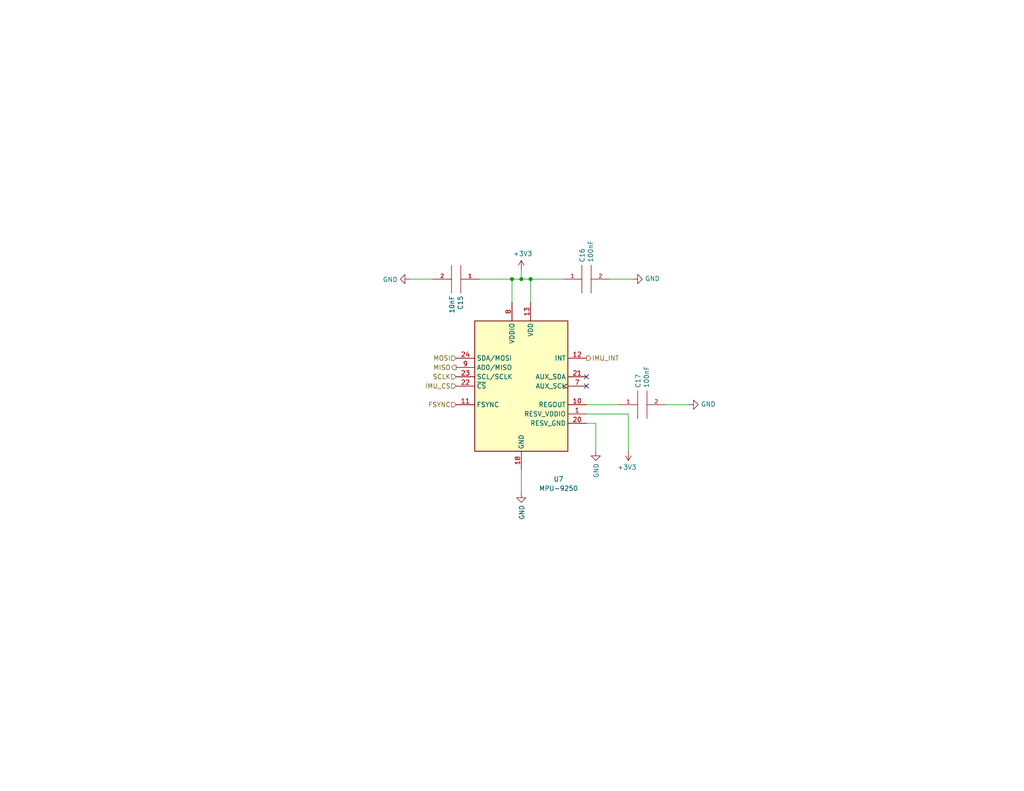
<source format=kicad_sch>
(kicad_sch (version 20211123) (generator eeschema)
  (paper "USLetter")
  (lib_symbols
    (symbol "Sensor_Motion:MPU-9250"
      (property "Reference" "U" (at -11.43 19.05 0))
      (property "Value" "Sensor_Motion_MPU-9250" (at 7.62 -19.05 0))
      (symbol "MPU-9250_0_1"
        (rectangle (start -12.7 17.78) (end 12.7 -17.78) (stroke (width 0.254)) (fill (type background)))
      )
      (symbol "MPU-9250_1_1"
        (pin input line (at 17.78 -7.62 180) (length 5.08) (name "RESV_VDDIO") (number "1"))
        (pin passive line (at 17.78 -5.08 180) (length 5.08) (name "REGOUT") (number "10"))
        (pin input line (at -17.78 -5.08 0) (length 5.08) (name "FSYNC") (number "11"))
        (pin output line (at 17.78 7.62 180) (length 5.08) (name "INT") (number "12"))
        (pin power_in line (at 2.54 22.86 270) (length 5.08) (name "VDD") (number "13"))
        (pin power_in line (at 0 -22.86 90) (length 5.08) (name "GND") (number "18"))
        (pin power_in line (at 17.78 -10.16 180) (length 5.08) (name "RESV_GND") (number "20"))
        (pin bidirectional line (at 17.78 2.54 180) (length 5.08) (name "AUX_SDA") (number "21"))
        (pin input line (at -17.78 0 0) (length 5.08) (name "~{CS}") (number "22"))
        (pin input line (at -17.78 2.54 0) (length 5.08) (name "SCL/SCLK") (number "23"))
        (pin bidirectional line (at -17.78 7.62 0) (length 5.08) (name "SDA/MOSI") (number "24"))
        (pin output clock (at 17.78 0 180) (length 5.08) (name "AUX_SCL") (number "7"))
        (pin power_in line (at -2.54 22.86 270) (length 5.08) (name "VDDIO") (number "8"))
        (pin bidirectional line (at -17.78 5.08 0) (length 5.08) (name "AD0/MISO") (number "9"))
      )
    )
    (symbol "power:+3V3" (power) (pin_names (offset 0))
      (property "Value" "power_+3V3" (at 0 3.556 0))
      (symbol "+3V3_0_1"
        (polyline (pts (xy -0.762 1.27) (xy 0 2.54)))
        (polyline (pts (xy 0 0) (xy 0 2.54)))
        (polyline (pts (xy 0 2.54) (xy 0.762 1.27)))
      )
      (symbol "+3V3_1_1"
        (pin power_in line (at 0 0 90) (length 0) hide (name "+3V3") (number "1"))
      )
    )
    (symbol "power:GND" (power) (pin_names (offset 0))
      (property "Value" "power_GND" (at 0 -3.81 0))
      (symbol "GND_0_1"
        (polyline (pts (xy 0 0) (xy 0 -1.27) (xy 1.27 -1.27) (xy 0 -2.54) (xy -1.27 -1.27) (xy 0 -1.27)))
      )
      (symbol "GND_1_1"
        (pin power_in line (at 0 0 270) (length 0) hide (name "GND") (number "1"))
      )
    )
    (symbol "pspice:CAP" (pin_names (offset 0.254))
      (property "Reference" "C" (at 2.54 3.81 90))
      (property "Value" "pspice_CAP" (at 2.54 -3.81 90))
      (symbol "CAP_0_1"
        (polyline (pts (xy -3.81 -1.27) (xy 3.81 -1.27)))
        (polyline (pts (xy -3.81 1.27) (xy 3.81 1.27)))
      )
      (symbol "CAP_1_1"
        (pin passive line (at 0 6.35 270) (length 5.08) (name "~") (number "1"))
        (pin passive line (at 0 -6.35 90) (length 5.08) (name "~") (number "2"))
      )
    )
  )
  (junction (at 144.78 76.2))
  (junction (at 139.7 76.2))
  (junction (at 142.24 76.2))
  (no_connect (at 160.02 105.41))
  (no_connect (at 160.02 102.87))
  (wire (pts (xy 187.96 110.49) (xy 181.61 110.49)))
  (wire (pts (xy 172.72 76.2) (xy 166.37 76.2)))
  (wire (pts (xy 111.76 76.2) (xy 118.11 76.2)))
  (wire (pts (xy 142.24 134.62) (xy 142.24 128.27)))
  (wire (pts (xy 171.45 113.03) (xy 171.45 123.19)))
  (wire (pts (xy 142.24 76.2) (xy 144.78 76.2)))
  (wire (pts (xy 142.24 76.2) (xy 142.24 73.66)))
  (wire (pts (xy 160.02 113.03) (xy 171.45 113.03)))
  (wire (pts (xy 162.56 115.57) (xy 162.56 123.19)))
  (wire (pts (xy 144.78 76.2) (xy 153.67 76.2)))
  (wire (pts (xy 139.7 76.2) (xy 139.7 82.55)))
  (wire (pts (xy 139.7 76.2) (xy 130.81 76.2)))
  (wire (pts (xy 160.02 110.49) (xy 168.91 110.49)))
  (wire (pts (xy 139.7 76.2) (xy 142.24 76.2)))
  (wire (pts (xy 144.78 76.2) (xy 144.78 82.55)))
  (wire (pts (xy 160.02 115.57) (xy 162.56 115.57)))
  (hierarchical_label "MOSI" (shape input) (at 124.46 97.79 180))
  (hierarchical_label "MISO" (shape output) (at 124.46 100.33 180))
  (hierarchical_label "IMU_CS" (shape input) (at 124.46 105.41 180))
  (hierarchical_label "IMU_INT" (shape output) (at 160.02 97.79 0))
  (hierarchical_label "SCLK" (shape input) (at 124.46 102.87 180))
  (hierarchical_label "FSYNC" (shape input) (at 124.46 110.49 180))
  (symbol (lib_id "Sensor_Motion:MPU-9250") (at 142.24 105.41 0) (unit 1)
    (property "Reference" "U7" (at 152.4 130.81 0))
    (property "Value" "MPU-9250" (at 152.4 133.35 0))
    (property "Footprint" "Sensor_Motion:InvenSense_QFN-24_3x3mm_P0.4mm" (effects hide))
    (property "Datasheet" "https://store.invensense.com/datasheets/invensense/MPU9250REV1.0.pdf" (effects hide))
  )
  (symbol (lib_id "pspice:CAP") (at 175.26 110.49 90) (unit 1)
    (property "Reference" "C17" (at 174.0916 105.9688 0) (effects (justify left)))
    (property "Value" "100nF" (at 176.403 105.9688 0) (effects (justify left)))
    (property "Footprint" "Capacitor_SMD:C_0402_1005Metric" (effects hide))
  )
  (symbol (lib_id "pspice:CAP") (at 160.02 76.2 90) (unit 1)
    (property "Reference" "C16" (at 158.8516 71.6788 0) (effects (justify left)))
    (property "Value" "100nF" (at 161.163 71.6788 0) (effects (justify left)))
    (property "Footprint" "Capacitor_SMD:C_0402_1005Metric" (effects hide))
  )
  (symbol (lib_id "pspice:CAP") (at 124.46 76.2 270) (unit 1)
    (property "Reference" "C15" (at 125.6284 80.7212 0) (effects (justify left)))
    (property "Value" "10nF" (at 123.317 80.7212 0) (effects (justify left)))
    (property "Footprint" "Capacitor_SMD:C_0402_1005Metric" (effects hide))
  )
  (symbol (lib_id "power:GND") (at 111.76 76.2 270) (unit 1)
    (property "Reference" "#PWR0140" (effects hide))
    (property "Value" "GND" (at 108.5088 76.327 90) (effects (justify right)))
  )
  (symbol (lib_id "power:+3V3") (at 142.24 73.66 0) (unit 1)
    (property "Reference" "#PWR0141" (effects hide))
    (property "Value" "+3V3" (at 142.621 69.2658 0))
  )
  (symbol (lib_id "power:GND") (at 172.72 76.2 90) (unit 1)
    (property "Reference" "#PWR0143" (effects hide))
    (property "Value" "GND" (at 175.9712 76.073 90) (effects (justify right)))
  )
  (symbol (lib_id "power:GND") (at 187.96 110.49 90) (unit 1)
    (property "Reference" "#PWR0145" (effects hide))
    (property "Value" "GND" (at 191.2112 110.363 90) (effects (justify right)))
  )
  (symbol (lib_id "power:GND") (at 142.24 134.62 0) (unit 1)
    (property "Reference" "#PWR0146" (effects hide))
    (property "Value" "GND" (at 142.367 137.8712 90) (effects (justify right)))
  )
  (symbol (lib_id "power:GND") (at 162.56 123.19 0) (unit 1)
    (property "Reference" "#PWR0147" (effects hide))
    (property "Value" "GND" (at 162.687 126.4412 90) (effects (justify right)))
  )
  (symbol (lib_id "power:+3V3") (at 171.45 123.19 180) (unit 1)
    (property "Reference" "#PWR0148" (effects hide))
    (property "Value" "+3V3" (at 171.069 127.5842 0))
  )
)
</source>
